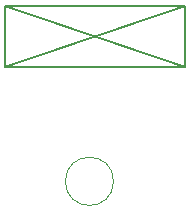
<source format=gbr>
%TF.GenerationSoftware,KiCad,Pcbnew,5.1.8-db9833491~88~ubuntu20.04.1*%
%TF.CreationDate,2020-12-22T00:38:32+08:00*%
%TF.ProjectId,Ingress_BioCard,496e6772-6573-4735-9f42-696f43617264,1.0*%
%TF.SameCoordinates,Original*%
%TF.FileFunction,OtherDrawing,Comment*%
%FSLAX46Y46*%
G04 Gerber Fmt 4.6, Leading zero omitted, Abs format (unit mm)*
G04 Created by KiCad (PCBNEW 5.1.8-db9833491~88~ubuntu20.04.1) date 2020-12-22 00:38:32*
%MOMM*%
%LPD*%
G01*
G04 APERTURE LIST*
%ADD10C,0.100000*%
%ADD11C,0.150000*%
G04 APERTURE END LIST*
D10*
%TO.C,SMA Amphenol*%
X100846000Y-102108000D02*
G75*
G03*
X100846000Y-102108000I-2040000J0D01*
G01*
D11*
%TO.C,2.4GHz Left*%
X91692000Y-87260000D02*
X106892000Y-87260000D01*
X91692000Y-92460000D02*
X106892000Y-92460000D01*
X91692000Y-92460000D02*
X91692000Y-87260000D01*
X106892000Y-92460000D02*
X106892000Y-87260000D01*
X91692000Y-87260000D02*
X106892000Y-92460000D01*
X91692000Y-92460000D02*
X106892000Y-87260000D01*
%TD*%
M02*

</source>
